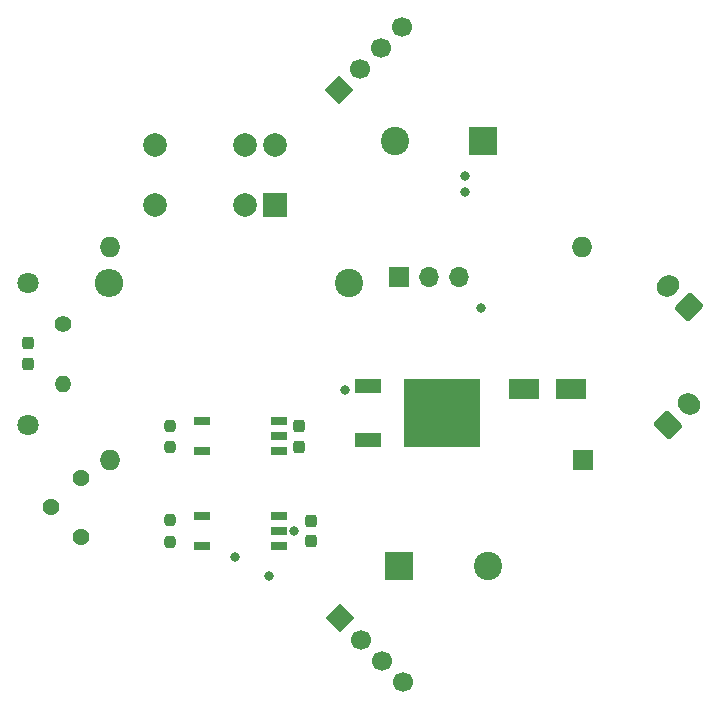
<source format=gts>
G04 #@! TF.GenerationSoftware,KiCad,Pcbnew,(6.0.1)*
G04 #@! TF.CreationDate,2022-02-25T16:24:57+09:00*
G04 #@! TF.ProjectId,kick-drib-2,6b69636b-2d64-4726-9962-2d322e6b6963,V1.1*
G04 #@! TF.SameCoordinates,Original*
G04 #@! TF.FileFunction,Soldermask,Top*
G04 #@! TF.FilePolarity,Negative*
%FSLAX46Y46*%
G04 Gerber Fmt 4.6, Leading zero omitted, Abs format (unit mm)*
G04 Created by KiCad (PCBNEW (6.0.1)) date 2022-02-25 16:24:57*
%MOMM*%
%LPD*%
G01*
G04 APERTURE LIST*
G04 Aperture macros list*
%AMRoundRect*
0 Rectangle with rounded corners*
0 $1 Rounding radius*
0 $2 $3 $4 $5 $6 $7 $8 $9 X,Y pos of 4 corners*
0 Add a 4 corners polygon primitive as box body*
4,1,4,$2,$3,$4,$5,$6,$7,$8,$9,$2,$3,0*
0 Add four circle primitives for the rounded corners*
1,1,$1+$1,$2,$3*
1,1,$1+$1,$4,$5*
1,1,$1+$1,$6,$7*
1,1,$1+$1,$8,$9*
0 Add four rect primitives between the rounded corners*
20,1,$1+$1,$2,$3,$4,$5,0*
20,1,$1+$1,$4,$5,$6,$7,0*
20,1,$1+$1,$6,$7,$8,$9,0*
20,1,$1+$1,$8,$9,$2,$3,0*%
%AMHorizOval*
0 Thick line with rounded ends*
0 $1 width*
0 $2 $3 position (X,Y) of the first rounded end (center of the circle)*
0 $4 $5 position (X,Y) of the second rounded end (center of the circle)*
0 Add line between two ends*
20,1,$1,$2,$3,$4,$5,0*
0 Add two circle primitives to create the rounded ends*
1,1,$1,$2,$3*
1,1,$1,$4,$5*%
%AMRotRect*
0 Rectangle, with rotation*
0 The origin of the aperture is its center*
0 $1 length*
0 $2 width*
0 $3 Rotation angle, in degrees counterclockwise*
0 Add horizontal line*
21,1,$1,$2,0,0,$3*%
G04 Aperture macros list end*
%ADD10R,1.400000X0.800000*%
%ADD11RoundRect,0.237500X-0.237500X0.300000X-0.237500X-0.300000X0.237500X-0.300000X0.237500X0.300000X0*%
%ADD12RoundRect,0.250000X0.954594X0.106066X0.106066X0.954594X-0.954594X-0.106066X-0.106066X-0.954594X0*%
%ADD13HorizOval,1.700000X0.106066X0.106066X-0.106066X-0.106066X0*%
%ADD14RotRect,1.700000X1.700000X135.000000*%
%ADD15HorizOval,1.700000X0.000000X0.000000X0.000000X0.000000X0*%
%ADD16C,1.800000*%
%ADD17C,1.431000*%
%ADD18RoundRect,0.237500X-0.237500X0.250000X-0.237500X-0.250000X0.237500X-0.250000X0.237500X0.250000X0*%
%ADD19RoundRect,0.250000X0.106066X-0.954594X0.954594X-0.106066X-0.106066X0.954594X-0.954594X0.106066X0*%
%ADD20HorizOval,1.700000X-0.106066X0.106066X0.106066X-0.106066X0*%
%ADD21C,2.400000*%
%ADD22O,2.400000X2.400000*%
%ADD23RotRect,1.700000X1.700000X45.000000*%
%ADD24HorizOval,1.700000X0.000000X0.000000X0.000000X0.000000X0*%
%ADD25C,1.400000*%
%ADD26O,1.400000X1.400000*%
%ADD27R,2.500000X1.800000*%
%ADD28R,2.200000X1.200000*%
%ADD29R,6.400000X5.800000*%
%ADD30RoundRect,0.237500X-0.237500X0.287500X-0.237500X-0.287500X0.237500X-0.287500X0.237500X0.287500X0*%
%ADD31R,2.400000X2.400000*%
%ADD32R,1.727200X1.727200*%
%ADD33O,1.727200X1.727200*%
%ADD34R,2.000000X2.000000*%
%ADD35C,2.000000*%
%ADD36R,1.700000X1.700000*%
%ADD37O,1.700000X1.700000*%
%ADD38C,0.800000*%
G04 APERTURE END LIST*
D10*
X62750000Y-120730000D03*
X62750000Y-123270000D03*
X69250000Y-123270000D03*
X69250000Y-122000000D03*
X69250000Y-120730000D03*
D11*
X72000000Y-129137500D03*
X72000000Y-130862500D03*
D12*
X104000000Y-111000000D03*
D13*
X102232233Y-109232233D03*
D14*
X74313000Y-92687000D03*
D15*
X76109051Y-90890949D03*
X77905102Y-89094898D03*
X79701154Y-87298846D03*
D16*
X48000000Y-121000000D03*
X48000000Y-109000000D03*
D17*
X52540000Y-125500000D03*
X50000000Y-128000000D03*
X52540000Y-130500000D03*
D18*
X60000000Y-121087500D03*
X60000000Y-122912500D03*
X60000000Y-129087500D03*
X60000000Y-130912500D03*
D11*
X71000000Y-121137500D03*
X71000000Y-122862500D03*
D10*
X62750000Y-128730000D03*
X62750000Y-131270000D03*
X69250000Y-131270000D03*
X69250000Y-130000000D03*
X69250000Y-128730000D03*
D19*
X102232200Y-121000000D03*
D20*
X103999967Y-119232233D03*
D21*
X75160000Y-109000000D03*
D22*
X54840000Y-109000000D03*
D23*
X74407900Y-137407900D03*
D24*
X76203951Y-139203951D03*
X78000002Y-141000002D03*
X79796054Y-142796054D03*
D25*
X51000000Y-112460000D03*
D26*
X51000000Y-117540000D03*
D27*
X94000000Y-118000000D03*
X90000000Y-118000000D03*
D28*
X76800000Y-117720000D03*
D29*
X83100000Y-120000000D03*
D28*
X76800000Y-122280000D03*
D30*
X48000000Y-114125000D03*
X48000000Y-115875000D03*
D31*
X79426000Y-133000000D03*
D21*
X86926000Y-133000000D03*
D32*
X95000000Y-124000000D03*
D33*
X94960000Y-106000000D03*
X55000000Y-124000000D03*
X55000000Y-106000000D03*
D34*
X68957500Y-102407500D03*
D35*
X66417500Y-102407500D03*
X58797500Y-102407500D03*
X58797500Y-97327500D03*
X66417500Y-97327500D03*
X68957500Y-97327500D03*
D31*
X86574000Y-97000000D03*
D21*
X79074000Y-97000000D03*
D36*
X79420000Y-108500000D03*
D37*
X81960000Y-108500000D03*
X84500000Y-108500000D03*
D38*
X86411900Y-111126800D03*
X68455000Y-133846900D03*
X65585400Y-132187500D03*
X74847200Y-118069700D03*
X70578100Y-130000000D03*
X85011300Y-101329600D03*
X85000000Y-99930089D03*
M02*

</source>
